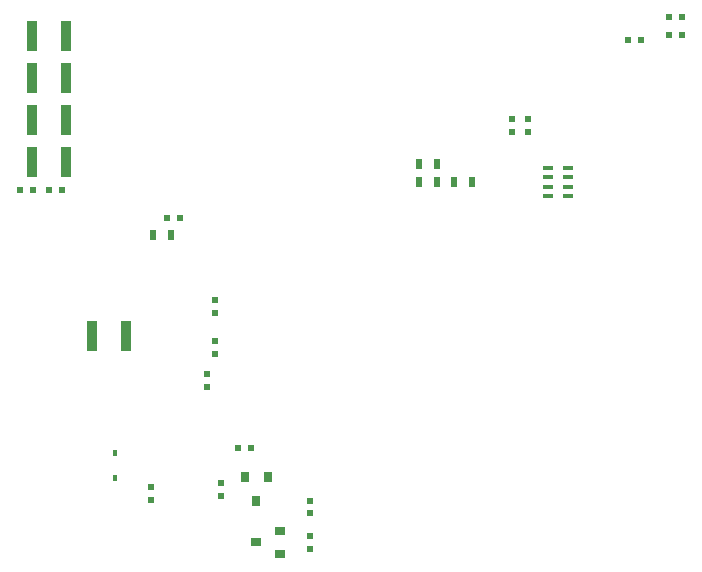
<source format=gbp>
G04 #@! TF.FileFunction,Paste,Bot*
%FSLAX46Y46*%
G04 Gerber Fmt 4.6, Leading zero omitted, Abs format (unit mm)*
G04 Created by KiCad (PCBNEW 4.0.2+dfsg1-stable) date Sat 19 Aug 2017 09:03:07 PM PDT*
%MOMM*%
G01*
G04 APERTURE LIST*
%ADD10C,0.100000*%
%ADD11R,0.599440X0.899160*%
%ADD12R,0.497840X0.599440*%
%ADD13R,0.899160X2.499360*%
%ADD14R,0.450000X0.590000*%
%ADD15R,0.599440X0.497840*%
%ADD16R,0.899160X0.419100*%
%ADD17R,0.797560X0.899160*%
%ADD18R,0.899160X0.797560*%
G04 APERTURE END LIST*
D10*
D11*
X116249300Y-80500000D03*
X114750700Y-80500000D03*
D12*
X94548640Y-85000000D03*
X93451360Y-85000000D03*
D11*
X93749300Y-86500000D03*
X92250700Y-86500000D03*
D13*
X81991200Y-80264000D03*
X84886800Y-80264000D03*
X81991200Y-73152000D03*
X84886800Y-73152000D03*
X81991200Y-69596000D03*
X84886800Y-69596000D03*
X81991200Y-76708000D03*
X84886800Y-76708000D03*
X89947800Y-95000000D03*
X87052200Y-95000000D03*
D14*
X89000000Y-104945000D03*
X89000000Y-107055000D03*
D11*
X119249300Y-82000000D03*
X117750700Y-82000000D03*
X116249300Y-82000000D03*
X114750700Y-82000000D03*
D12*
X132451360Y-70000000D03*
X133548640Y-70000000D03*
X135951360Y-69500000D03*
X137048640Y-69500000D03*
X135951360Y-68000000D03*
X137048640Y-68000000D03*
X99451360Y-104500000D03*
X100548640Y-104500000D03*
D15*
X105500000Y-111951360D03*
X105500000Y-113048640D03*
X92075000Y-107782360D03*
X92075000Y-108879640D03*
X105500000Y-108951360D03*
X105500000Y-110048640D03*
X97500000Y-93048640D03*
X97500000Y-91951360D03*
D12*
X80951360Y-82700000D03*
X82048640Y-82700000D03*
X83451360Y-82700000D03*
X84548640Y-82700000D03*
D15*
X122618500Y-76667360D03*
X122618500Y-77764640D03*
X123952000Y-76667360D03*
X123952000Y-77764640D03*
X96774000Y-99354640D03*
X96774000Y-98257360D03*
X97500000Y-96548640D03*
X97500000Y-95451360D03*
X98000000Y-108548640D03*
X98000000Y-107451360D03*
D16*
X125643640Y-83170880D03*
X125643640Y-82370780D03*
X125643640Y-81573220D03*
X125643640Y-80773120D03*
X127340360Y-80773120D03*
X127340360Y-81573220D03*
X127340360Y-82370780D03*
X127340360Y-83170880D03*
D17*
X100050040Y-107001780D03*
X101949960Y-107001780D03*
X101000000Y-108998220D03*
D18*
X102998220Y-111550040D03*
X102998220Y-113449960D03*
X101001780Y-112500000D03*
M02*

</source>
